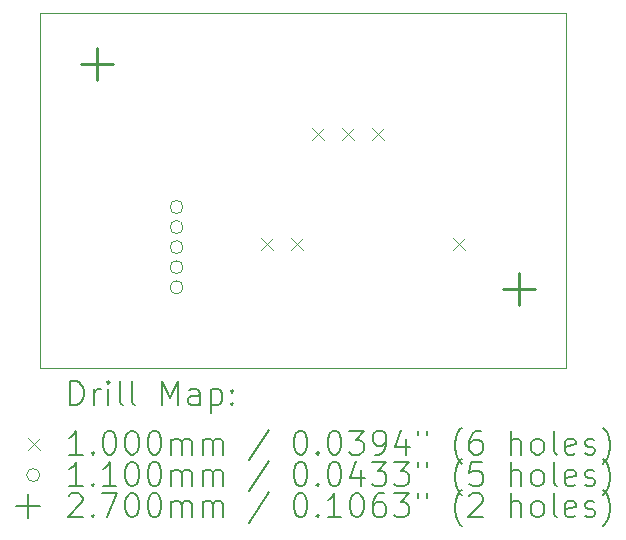
<source format=gbr>
%TF.GenerationSoftware,KiCad,Pcbnew,(6.0.9)*%
%TF.CreationDate,2023-01-18T17:10:18+01:00*%
%TF.ProjectId,buck,6275636b-2e6b-4696-9361-645f70636258,rev?*%
%TF.SameCoordinates,Original*%
%TF.FileFunction,Drillmap*%
%TF.FilePolarity,Positive*%
%FSLAX45Y45*%
G04 Gerber Fmt 4.5, Leading zero omitted, Abs format (unit mm)*
G04 Created by KiCad (PCBNEW (6.0.9)) date 2023-01-18 17:10:18*
%MOMM*%
%LPD*%
G01*
G04 APERTURE LIST*
%ADD10C,0.100000*%
%ADD11C,0.200000*%
%ADD12C,0.110000*%
%ADD13C,0.270000*%
G04 APERTURE END LIST*
D10*
X10871200Y-8166100D02*
X15319000Y-8166100D01*
X15319000Y-8166100D02*
X15319000Y-11170900D01*
X15319000Y-11170900D02*
X10871200Y-11170900D01*
X10871200Y-11170900D02*
X10871200Y-8166100D01*
D11*
D10*
X12741900Y-10076400D02*
X12841900Y-10176400D01*
X12841900Y-10076400D02*
X12741900Y-10176400D01*
X12995900Y-10076400D02*
X13095900Y-10176400D01*
X13095900Y-10076400D02*
X12995900Y-10176400D01*
X13170700Y-9144800D02*
X13270700Y-9244800D01*
X13270700Y-9144800D02*
X13170700Y-9244800D01*
X13424700Y-9144800D02*
X13524700Y-9244800D01*
X13524700Y-9144800D02*
X13424700Y-9244800D01*
X13678700Y-9144800D02*
X13778700Y-9244800D01*
X13778700Y-9144800D02*
X13678700Y-9244800D01*
X14364500Y-10071900D02*
X14464500Y-10171900D01*
X14464500Y-10071900D02*
X14364500Y-10171900D01*
D12*
X12079500Y-9810000D02*
G75*
G03*
X12079500Y-9810000I-55000J0D01*
G01*
X12079500Y-9980000D02*
G75*
G03*
X12079500Y-9980000I-55000J0D01*
G01*
X12079500Y-10150000D02*
G75*
G03*
X12079500Y-10150000I-55000J0D01*
G01*
X12079500Y-10320000D02*
G75*
G03*
X12079500Y-10320000I-55000J0D01*
G01*
X12079500Y-10490000D02*
G75*
G03*
X12079500Y-10490000I-55000J0D01*
G01*
D13*
X11353800Y-8462900D02*
X11353800Y-8732900D01*
X11218800Y-8597900D02*
X11488800Y-8597900D01*
X14922500Y-10367900D02*
X14922500Y-10637900D01*
X14787500Y-10502900D02*
X15057500Y-10502900D01*
D11*
X11123819Y-11486376D02*
X11123819Y-11286376D01*
X11171438Y-11286376D01*
X11200009Y-11295900D01*
X11219057Y-11314948D01*
X11228581Y-11333995D01*
X11238105Y-11372090D01*
X11238105Y-11400662D01*
X11228581Y-11438757D01*
X11219057Y-11457805D01*
X11200009Y-11476852D01*
X11171438Y-11486376D01*
X11123819Y-11486376D01*
X11323819Y-11486376D02*
X11323819Y-11353043D01*
X11323819Y-11391138D02*
X11333343Y-11372090D01*
X11342867Y-11362567D01*
X11361914Y-11353043D01*
X11380962Y-11353043D01*
X11447628Y-11486376D02*
X11447628Y-11353043D01*
X11447628Y-11286376D02*
X11438105Y-11295900D01*
X11447628Y-11305424D01*
X11457152Y-11295900D01*
X11447628Y-11286376D01*
X11447628Y-11305424D01*
X11571438Y-11486376D02*
X11552390Y-11476852D01*
X11542867Y-11457805D01*
X11542867Y-11286376D01*
X11676200Y-11486376D02*
X11657152Y-11476852D01*
X11647628Y-11457805D01*
X11647628Y-11286376D01*
X11904771Y-11486376D02*
X11904771Y-11286376D01*
X11971438Y-11429233D01*
X12038105Y-11286376D01*
X12038105Y-11486376D01*
X12219057Y-11486376D02*
X12219057Y-11381614D01*
X12209533Y-11362567D01*
X12190486Y-11353043D01*
X12152390Y-11353043D01*
X12133343Y-11362567D01*
X12219057Y-11476852D02*
X12200009Y-11486376D01*
X12152390Y-11486376D01*
X12133343Y-11476852D01*
X12123819Y-11457805D01*
X12123819Y-11438757D01*
X12133343Y-11419709D01*
X12152390Y-11410186D01*
X12200009Y-11410186D01*
X12219057Y-11400662D01*
X12314295Y-11353043D02*
X12314295Y-11553043D01*
X12314295Y-11362567D02*
X12333343Y-11353043D01*
X12371438Y-11353043D01*
X12390486Y-11362567D01*
X12400009Y-11372090D01*
X12409533Y-11391138D01*
X12409533Y-11448281D01*
X12400009Y-11467328D01*
X12390486Y-11476852D01*
X12371438Y-11486376D01*
X12333343Y-11486376D01*
X12314295Y-11476852D01*
X12495248Y-11467328D02*
X12504771Y-11476852D01*
X12495248Y-11486376D01*
X12485724Y-11476852D01*
X12495248Y-11467328D01*
X12495248Y-11486376D01*
X12495248Y-11362567D02*
X12504771Y-11372090D01*
X12495248Y-11381614D01*
X12485724Y-11372090D01*
X12495248Y-11362567D01*
X12495248Y-11381614D01*
D10*
X10766200Y-11765900D02*
X10866200Y-11865900D01*
X10866200Y-11765900D02*
X10766200Y-11865900D01*
D11*
X11228581Y-11906376D02*
X11114295Y-11906376D01*
X11171438Y-11906376D02*
X11171438Y-11706376D01*
X11152390Y-11734948D01*
X11133343Y-11753995D01*
X11114295Y-11763519D01*
X11314295Y-11887328D02*
X11323819Y-11896852D01*
X11314295Y-11906376D01*
X11304771Y-11896852D01*
X11314295Y-11887328D01*
X11314295Y-11906376D01*
X11447628Y-11706376D02*
X11466676Y-11706376D01*
X11485724Y-11715900D01*
X11495248Y-11725424D01*
X11504771Y-11744471D01*
X11514295Y-11782567D01*
X11514295Y-11830186D01*
X11504771Y-11868281D01*
X11495248Y-11887328D01*
X11485724Y-11896852D01*
X11466676Y-11906376D01*
X11447628Y-11906376D01*
X11428581Y-11896852D01*
X11419057Y-11887328D01*
X11409533Y-11868281D01*
X11400009Y-11830186D01*
X11400009Y-11782567D01*
X11409533Y-11744471D01*
X11419057Y-11725424D01*
X11428581Y-11715900D01*
X11447628Y-11706376D01*
X11638105Y-11706376D02*
X11657152Y-11706376D01*
X11676200Y-11715900D01*
X11685724Y-11725424D01*
X11695248Y-11744471D01*
X11704771Y-11782567D01*
X11704771Y-11830186D01*
X11695248Y-11868281D01*
X11685724Y-11887328D01*
X11676200Y-11896852D01*
X11657152Y-11906376D01*
X11638105Y-11906376D01*
X11619057Y-11896852D01*
X11609533Y-11887328D01*
X11600009Y-11868281D01*
X11590486Y-11830186D01*
X11590486Y-11782567D01*
X11600009Y-11744471D01*
X11609533Y-11725424D01*
X11619057Y-11715900D01*
X11638105Y-11706376D01*
X11828581Y-11706376D02*
X11847628Y-11706376D01*
X11866676Y-11715900D01*
X11876200Y-11725424D01*
X11885724Y-11744471D01*
X11895248Y-11782567D01*
X11895248Y-11830186D01*
X11885724Y-11868281D01*
X11876200Y-11887328D01*
X11866676Y-11896852D01*
X11847628Y-11906376D01*
X11828581Y-11906376D01*
X11809533Y-11896852D01*
X11800009Y-11887328D01*
X11790486Y-11868281D01*
X11780962Y-11830186D01*
X11780962Y-11782567D01*
X11790486Y-11744471D01*
X11800009Y-11725424D01*
X11809533Y-11715900D01*
X11828581Y-11706376D01*
X11980962Y-11906376D02*
X11980962Y-11773043D01*
X11980962Y-11792090D02*
X11990486Y-11782567D01*
X12009533Y-11773043D01*
X12038105Y-11773043D01*
X12057152Y-11782567D01*
X12066676Y-11801614D01*
X12066676Y-11906376D01*
X12066676Y-11801614D02*
X12076200Y-11782567D01*
X12095248Y-11773043D01*
X12123819Y-11773043D01*
X12142867Y-11782567D01*
X12152390Y-11801614D01*
X12152390Y-11906376D01*
X12247628Y-11906376D02*
X12247628Y-11773043D01*
X12247628Y-11792090D02*
X12257152Y-11782567D01*
X12276200Y-11773043D01*
X12304771Y-11773043D01*
X12323819Y-11782567D01*
X12333343Y-11801614D01*
X12333343Y-11906376D01*
X12333343Y-11801614D02*
X12342867Y-11782567D01*
X12361914Y-11773043D01*
X12390486Y-11773043D01*
X12409533Y-11782567D01*
X12419057Y-11801614D01*
X12419057Y-11906376D01*
X12809533Y-11696852D02*
X12638105Y-11953995D01*
X13066676Y-11706376D02*
X13085724Y-11706376D01*
X13104771Y-11715900D01*
X13114295Y-11725424D01*
X13123819Y-11744471D01*
X13133343Y-11782567D01*
X13133343Y-11830186D01*
X13123819Y-11868281D01*
X13114295Y-11887328D01*
X13104771Y-11896852D01*
X13085724Y-11906376D01*
X13066676Y-11906376D01*
X13047628Y-11896852D01*
X13038105Y-11887328D01*
X13028581Y-11868281D01*
X13019057Y-11830186D01*
X13019057Y-11782567D01*
X13028581Y-11744471D01*
X13038105Y-11725424D01*
X13047628Y-11715900D01*
X13066676Y-11706376D01*
X13219057Y-11887328D02*
X13228581Y-11896852D01*
X13219057Y-11906376D01*
X13209533Y-11896852D01*
X13219057Y-11887328D01*
X13219057Y-11906376D01*
X13352390Y-11706376D02*
X13371438Y-11706376D01*
X13390486Y-11715900D01*
X13400009Y-11725424D01*
X13409533Y-11744471D01*
X13419057Y-11782567D01*
X13419057Y-11830186D01*
X13409533Y-11868281D01*
X13400009Y-11887328D01*
X13390486Y-11896852D01*
X13371438Y-11906376D01*
X13352390Y-11906376D01*
X13333343Y-11896852D01*
X13323819Y-11887328D01*
X13314295Y-11868281D01*
X13304771Y-11830186D01*
X13304771Y-11782567D01*
X13314295Y-11744471D01*
X13323819Y-11725424D01*
X13333343Y-11715900D01*
X13352390Y-11706376D01*
X13485724Y-11706376D02*
X13609533Y-11706376D01*
X13542867Y-11782567D01*
X13571438Y-11782567D01*
X13590486Y-11792090D01*
X13600009Y-11801614D01*
X13609533Y-11820662D01*
X13609533Y-11868281D01*
X13600009Y-11887328D01*
X13590486Y-11896852D01*
X13571438Y-11906376D01*
X13514295Y-11906376D01*
X13495248Y-11896852D01*
X13485724Y-11887328D01*
X13704771Y-11906376D02*
X13742867Y-11906376D01*
X13761914Y-11896852D01*
X13771438Y-11887328D01*
X13790486Y-11858757D01*
X13800009Y-11820662D01*
X13800009Y-11744471D01*
X13790486Y-11725424D01*
X13780962Y-11715900D01*
X13761914Y-11706376D01*
X13723819Y-11706376D01*
X13704771Y-11715900D01*
X13695248Y-11725424D01*
X13685724Y-11744471D01*
X13685724Y-11792090D01*
X13695248Y-11811138D01*
X13704771Y-11820662D01*
X13723819Y-11830186D01*
X13761914Y-11830186D01*
X13780962Y-11820662D01*
X13790486Y-11811138D01*
X13800009Y-11792090D01*
X13971438Y-11773043D02*
X13971438Y-11906376D01*
X13923819Y-11696852D02*
X13876200Y-11839709D01*
X14000009Y-11839709D01*
X14066676Y-11706376D02*
X14066676Y-11744471D01*
X14142867Y-11706376D02*
X14142867Y-11744471D01*
X14438105Y-11982567D02*
X14428581Y-11973043D01*
X14409533Y-11944471D01*
X14400009Y-11925424D01*
X14390486Y-11896852D01*
X14380962Y-11849233D01*
X14380962Y-11811138D01*
X14390486Y-11763519D01*
X14400009Y-11734948D01*
X14409533Y-11715900D01*
X14428581Y-11687328D01*
X14438105Y-11677805D01*
X14600009Y-11706376D02*
X14561914Y-11706376D01*
X14542867Y-11715900D01*
X14533343Y-11725424D01*
X14514295Y-11753995D01*
X14504771Y-11792090D01*
X14504771Y-11868281D01*
X14514295Y-11887328D01*
X14523819Y-11896852D01*
X14542867Y-11906376D01*
X14580962Y-11906376D01*
X14600009Y-11896852D01*
X14609533Y-11887328D01*
X14619057Y-11868281D01*
X14619057Y-11820662D01*
X14609533Y-11801614D01*
X14600009Y-11792090D01*
X14580962Y-11782567D01*
X14542867Y-11782567D01*
X14523819Y-11792090D01*
X14514295Y-11801614D01*
X14504771Y-11820662D01*
X14857152Y-11906376D02*
X14857152Y-11706376D01*
X14942867Y-11906376D02*
X14942867Y-11801614D01*
X14933343Y-11782567D01*
X14914295Y-11773043D01*
X14885724Y-11773043D01*
X14866676Y-11782567D01*
X14857152Y-11792090D01*
X15066676Y-11906376D02*
X15047628Y-11896852D01*
X15038105Y-11887328D01*
X15028581Y-11868281D01*
X15028581Y-11811138D01*
X15038105Y-11792090D01*
X15047628Y-11782567D01*
X15066676Y-11773043D01*
X15095248Y-11773043D01*
X15114295Y-11782567D01*
X15123819Y-11792090D01*
X15133343Y-11811138D01*
X15133343Y-11868281D01*
X15123819Y-11887328D01*
X15114295Y-11896852D01*
X15095248Y-11906376D01*
X15066676Y-11906376D01*
X15247628Y-11906376D02*
X15228581Y-11896852D01*
X15219057Y-11877805D01*
X15219057Y-11706376D01*
X15400009Y-11896852D02*
X15380962Y-11906376D01*
X15342867Y-11906376D01*
X15323819Y-11896852D01*
X15314295Y-11877805D01*
X15314295Y-11801614D01*
X15323819Y-11782567D01*
X15342867Y-11773043D01*
X15380962Y-11773043D01*
X15400009Y-11782567D01*
X15409533Y-11801614D01*
X15409533Y-11820662D01*
X15314295Y-11839709D01*
X15485724Y-11896852D02*
X15504771Y-11906376D01*
X15542867Y-11906376D01*
X15561914Y-11896852D01*
X15571438Y-11877805D01*
X15571438Y-11868281D01*
X15561914Y-11849233D01*
X15542867Y-11839709D01*
X15514295Y-11839709D01*
X15495248Y-11830186D01*
X15485724Y-11811138D01*
X15485724Y-11801614D01*
X15495248Y-11782567D01*
X15514295Y-11773043D01*
X15542867Y-11773043D01*
X15561914Y-11782567D01*
X15638105Y-11982567D02*
X15647628Y-11973043D01*
X15666676Y-11944471D01*
X15676200Y-11925424D01*
X15685724Y-11896852D01*
X15695248Y-11849233D01*
X15695248Y-11811138D01*
X15685724Y-11763519D01*
X15676200Y-11734948D01*
X15666676Y-11715900D01*
X15647628Y-11687328D01*
X15638105Y-11677805D01*
D12*
X10866200Y-12079900D02*
G75*
G03*
X10866200Y-12079900I-55000J0D01*
G01*
D11*
X11228581Y-12170376D02*
X11114295Y-12170376D01*
X11171438Y-12170376D02*
X11171438Y-11970376D01*
X11152390Y-11998948D01*
X11133343Y-12017995D01*
X11114295Y-12027519D01*
X11314295Y-12151328D02*
X11323819Y-12160852D01*
X11314295Y-12170376D01*
X11304771Y-12160852D01*
X11314295Y-12151328D01*
X11314295Y-12170376D01*
X11514295Y-12170376D02*
X11400009Y-12170376D01*
X11457152Y-12170376D02*
X11457152Y-11970376D01*
X11438105Y-11998948D01*
X11419057Y-12017995D01*
X11400009Y-12027519D01*
X11638105Y-11970376D02*
X11657152Y-11970376D01*
X11676200Y-11979900D01*
X11685724Y-11989424D01*
X11695248Y-12008471D01*
X11704771Y-12046567D01*
X11704771Y-12094186D01*
X11695248Y-12132281D01*
X11685724Y-12151328D01*
X11676200Y-12160852D01*
X11657152Y-12170376D01*
X11638105Y-12170376D01*
X11619057Y-12160852D01*
X11609533Y-12151328D01*
X11600009Y-12132281D01*
X11590486Y-12094186D01*
X11590486Y-12046567D01*
X11600009Y-12008471D01*
X11609533Y-11989424D01*
X11619057Y-11979900D01*
X11638105Y-11970376D01*
X11828581Y-11970376D02*
X11847628Y-11970376D01*
X11866676Y-11979900D01*
X11876200Y-11989424D01*
X11885724Y-12008471D01*
X11895248Y-12046567D01*
X11895248Y-12094186D01*
X11885724Y-12132281D01*
X11876200Y-12151328D01*
X11866676Y-12160852D01*
X11847628Y-12170376D01*
X11828581Y-12170376D01*
X11809533Y-12160852D01*
X11800009Y-12151328D01*
X11790486Y-12132281D01*
X11780962Y-12094186D01*
X11780962Y-12046567D01*
X11790486Y-12008471D01*
X11800009Y-11989424D01*
X11809533Y-11979900D01*
X11828581Y-11970376D01*
X11980962Y-12170376D02*
X11980962Y-12037043D01*
X11980962Y-12056090D02*
X11990486Y-12046567D01*
X12009533Y-12037043D01*
X12038105Y-12037043D01*
X12057152Y-12046567D01*
X12066676Y-12065614D01*
X12066676Y-12170376D01*
X12066676Y-12065614D02*
X12076200Y-12046567D01*
X12095248Y-12037043D01*
X12123819Y-12037043D01*
X12142867Y-12046567D01*
X12152390Y-12065614D01*
X12152390Y-12170376D01*
X12247628Y-12170376D02*
X12247628Y-12037043D01*
X12247628Y-12056090D02*
X12257152Y-12046567D01*
X12276200Y-12037043D01*
X12304771Y-12037043D01*
X12323819Y-12046567D01*
X12333343Y-12065614D01*
X12333343Y-12170376D01*
X12333343Y-12065614D02*
X12342867Y-12046567D01*
X12361914Y-12037043D01*
X12390486Y-12037043D01*
X12409533Y-12046567D01*
X12419057Y-12065614D01*
X12419057Y-12170376D01*
X12809533Y-11960852D02*
X12638105Y-12217995D01*
X13066676Y-11970376D02*
X13085724Y-11970376D01*
X13104771Y-11979900D01*
X13114295Y-11989424D01*
X13123819Y-12008471D01*
X13133343Y-12046567D01*
X13133343Y-12094186D01*
X13123819Y-12132281D01*
X13114295Y-12151328D01*
X13104771Y-12160852D01*
X13085724Y-12170376D01*
X13066676Y-12170376D01*
X13047628Y-12160852D01*
X13038105Y-12151328D01*
X13028581Y-12132281D01*
X13019057Y-12094186D01*
X13019057Y-12046567D01*
X13028581Y-12008471D01*
X13038105Y-11989424D01*
X13047628Y-11979900D01*
X13066676Y-11970376D01*
X13219057Y-12151328D02*
X13228581Y-12160852D01*
X13219057Y-12170376D01*
X13209533Y-12160852D01*
X13219057Y-12151328D01*
X13219057Y-12170376D01*
X13352390Y-11970376D02*
X13371438Y-11970376D01*
X13390486Y-11979900D01*
X13400009Y-11989424D01*
X13409533Y-12008471D01*
X13419057Y-12046567D01*
X13419057Y-12094186D01*
X13409533Y-12132281D01*
X13400009Y-12151328D01*
X13390486Y-12160852D01*
X13371438Y-12170376D01*
X13352390Y-12170376D01*
X13333343Y-12160852D01*
X13323819Y-12151328D01*
X13314295Y-12132281D01*
X13304771Y-12094186D01*
X13304771Y-12046567D01*
X13314295Y-12008471D01*
X13323819Y-11989424D01*
X13333343Y-11979900D01*
X13352390Y-11970376D01*
X13590486Y-12037043D02*
X13590486Y-12170376D01*
X13542867Y-11960852D02*
X13495248Y-12103709D01*
X13619057Y-12103709D01*
X13676200Y-11970376D02*
X13800009Y-11970376D01*
X13733343Y-12046567D01*
X13761914Y-12046567D01*
X13780962Y-12056090D01*
X13790486Y-12065614D01*
X13800009Y-12084662D01*
X13800009Y-12132281D01*
X13790486Y-12151328D01*
X13780962Y-12160852D01*
X13761914Y-12170376D01*
X13704771Y-12170376D01*
X13685724Y-12160852D01*
X13676200Y-12151328D01*
X13866676Y-11970376D02*
X13990486Y-11970376D01*
X13923819Y-12046567D01*
X13952390Y-12046567D01*
X13971438Y-12056090D01*
X13980962Y-12065614D01*
X13990486Y-12084662D01*
X13990486Y-12132281D01*
X13980962Y-12151328D01*
X13971438Y-12160852D01*
X13952390Y-12170376D01*
X13895248Y-12170376D01*
X13876200Y-12160852D01*
X13866676Y-12151328D01*
X14066676Y-11970376D02*
X14066676Y-12008471D01*
X14142867Y-11970376D02*
X14142867Y-12008471D01*
X14438105Y-12246567D02*
X14428581Y-12237043D01*
X14409533Y-12208471D01*
X14400009Y-12189424D01*
X14390486Y-12160852D01*
X14380962Y-12113233D01*
X14380962Y-12075138D01*
X14390486Y-12027519D01*
X14400009Y-11998948D01*
X14409533Y-11979900D01*
X14428581Y-11951328D01*
X14438105Y-11941805D01*
X14609533Y-11970376D02*
X14514295Y-11970376D01*
X14504771Y-12065614D01*
X14514295Y-12056090D01*
X14533343Y-12046567D01*
X14580962Y-12046567D01*
X14600009Y-12056090D01*
X14609533Y-12065614D01*
X14619057Y-12084662D01*
X14619057Y-12132281D01*
X14609533Y-12151328D01*
X14600009Y-12160852D01*
X14580962Y-12170376D01*
X14533343Y-12170376D01*
X14514295Y-12160852D01*
X14504771Y-12151328D01*
X14857152Y-12170376D02*
X14857152Y-11970376D01*
X14942867Y-12170376D02*
X14942867Y-12065614D01*
X14933343Y-12046567D01*
X14914295Y-12037043D01*
X14885724Y-12037043D01*
X14866676Y-12046567D01*
X14857152Y-12056090D01*
X15066676Y-12170376D02*
X15047628Y-12160852D01*
X15038105Y-12151328D01*
X15028581Y-12132281D01*
X15028581Y-12075138D01*
X15038105Y-12056090D01*
X15047628Y-12046567D01*
X15066676Y-12037043D01*
X15095248Y-12037043D01*
X15114295Y-12046567D01*
X15123819Y-12056090D01*
X15133343Y-12075138D01*
X15133343Y-12132281D01*
X15123819Y-12151328D01*
X15114295Y-12160852D01*
X15095248Y-12170376D01*
X15066676Y-12170376D01*
X15247628Y-12170376D02*
X15228581Y-12160852D01*
X15219057Y-12141805D01*
X15219057Y-11970376D01*
X15400009Y-12160852D02*
X15380962Y-12170376D01*
X15342867Y-12170376D01*
X15323819Y-12160852D01*
X15314295Y-12141805D01*
X15314295Y-12065614D01*
X15323819Y-12046567D01*
X15342867Y-12037043D01*
X15380962Y-12037043D01*
X15400009Y-12046567D01*
X15409533Y-12065614D01*
X15409533Y-12084662D01*
X15314295Y-12103709D01*
X15485724Y-12160852D02*
X15504771Y-12170376D01*
X15542867Y-12170376D01*
X15561914Y-12160852D01*
X15571438Y-12141805D01*
X15571438Y-12132281D01*
X15561914Y-12113233D01*
X15542867Y-12103709D01*
X15514295Y-12103709D01*
X15495248Y-12094186D01*
X15485724Y-12075138D01*
X15485724Y-12065614D01*
X15495248Y-12046567D01*
X15514295Y-12037043D01*
X15542867Y-12037043D01*
X15561914Y-12046567D01*
X15638105Y-12246567D02*
X15647628Y-12237043D01*
X15666676Y-12208471D01*
X15676200Y-12189424D01*
X15685724Y-12160852D01*
X15695248Y-12113233D01*
X15695248Y-12075138D01*
X15685724Y-12027519D01*
X15676200Y-11998948D01*
X15666676Y-11979900D01*
X15647628Y-11951328D01*
X15638105Y-11941805D01*
X10766200Y-12243900D02*
X10766200Y-12443900D01*
X10666200Y-12343900D02*
X10866200Y-12343900D01*
X11114295Y-12253424D02*
X11123819Y-12243900D01*
X11142867Y-12234376D01*
X11190486Y-12234376D01*
X11209533Y-12243900D01*
X11219057Y-12253424D01*
X11228581Y-12272471D01*
X11228581Y-12291519D01*
X11219057Y-12320090D01*
X11104771Y-12434376D01*
X11228581Y-12434376D01*
X11314295Y-12415328D02*
X11323819Y-12424852D01*
X11314295Y-12434376D01*
X11304771Y-12424852D01*
X11314295Y-12415328D01*
X11314295Y-12434376D01*
X11390486Y-12234376D02*
X11523819Y-12234376D01*
X11438105Y-12434376D01*
X11638105Y-12234376D02*
X11657152Y-12234376D01*
X11676200Y-12243900D01*
X11685724Y-12253424D01*
X11695248Y-12272471D01*
X11704771Y-12310567D01*
X11704771Y-12358186D01*
X11695248Y-12396281D01*
X11685724Y-12415328D01*
X11676200Y-12424852D01*
X11657152Y-12434376D01*
X11638105Y-12434376D01*
X11619057Y-12424852D01*
X11609533Y-12415328D01*
X11600009Y-12396281D01*
X11590486Y-12358186D01*
X11590486Y-12310567D01*
X11600009Y-12272471D01*
X11609533Y-12253424D01*
X11619057Y-12243900D01*
X11638105Y-12234376D01*
X11828581Y-12234376D02*
X11847628Y-12234376D01*
X11866676Y-12243900D01*
X11876200Y-12253424D01*
X11885724Y-12272471D01*
X11895248Y-12310567D01*
X11895248Y-12358186D01*
X11885724Y-12396281D01*
X11876200Y-12415328D01*
X11866676Y-12424852D01*
X11847628Y-12434376D01*
X11828581Y-12434376D01*
X11809533Y-12424852D01*
X11800009Y-12415328D01*
X11790486Y-12396281D01*
X11780962Y-12358186D01*
X11780962Y-12310567D01*
X11790486Y-12272471D01*
X11800009Y-12253424D01*
X11809533Y-12243900D01*
X11828581Y-12234376D01*
X11980962Y-12434376D02*
X11980962Y-12301043D01*
X11980962Y-12320090D02*
X11990486Y-12310567D01*
X12009533Y-12301043D01*
X12038105Y-12301043D01*
X12057152Y-12310567D01*
X12066676Y-12329614D01*
X12066676Y-12434376D01*
X12066676Y-12329614D02*
X12076200Y-12310567D01*
X12095248Y-12301043D01*
X12123819Y-12301043D01*
X12142867Y-12310567D01*
X12152390Y-12329614D01*
X12152390Y-12434376D01*
X12247628Y-12434376D02*
X12247628Y-12301043D01*
X12247628Y-12320090D02*
X12257152Y-12310567D01*
X12276200Y-12301043D01*
X12304771Y-12301043D01*
X12323819Y-12310567D01*
X12333343Y-12329614D01*
X12333343Y-12434376D01*
X12333343Y-12329614D02*
X12342867Y-12310567D01*
X12361914Y-12301043D01*
X12390486Y-12301043D01*
X12409533Y-12310567D01*
X12419057Y-12329614D01*
X12419057Y-12434376D01*
X12809533Y-12224852D02*
X12638105Y-12481995D01*
X13066676Y-12234376D02*
X13085724Y-12234376D01*
X13104771Y-12243900D01*
X13114295Y-12253424D01*
X13123819Y-12272471D01*
X13133343Y-12310567D01*
X13133343Y-12358186D01*
X13123819Y-12396281D01*
X13114295Y-12415328D01*
X13104771Y-12424852D01*
X13085724Y-12434376D01*
X13066676Y-12434376D01*
X13047628Y-12424852D01*
X13038105Y-12415328D01*
X13028581Y-12396281D01*
X13019057Y-12358186D01*
X13019057Y-12310567D01*
X13028581Y-12272471D01*
X13038105Y-12253424D01*
X13047628Y-12243900D01*
X13066676Y-12234376D01*
X13219057Y-12415328D02*
X13228581Y-12424852D01*
X13219057Y-12434376D01*
X13209533Y-12424852D01*
X13219057Y-12415328D01*
X13219057Y-12434376D01*
X13419057Y-12434376D02*
X13304771Y-12434376D01*
X13361914Y-12434376D02*
X13361914Y-12234376D01*
X13342867Y-12262948D01*
X13323819Y-12281995D01*
X13304771Y-12291519D01*
X13542867Y-12234376D02*
X13561914Y-12234376D01*
X13580962Y-12243900D01*
X13590486Y-12253424D01*
X13600009Y-12272471D01*
X13609533Y-12310567D01*
X13609533Y-12358186D01*
X13600009Y-12396281D01*
X13590486Y-12415328D01*
X13580962Y-12424852D01*
X13561914Y-12434376D01*
X13542867Y-12434376D01*
X13523819Y-12424852D01*
X13514295Y-12415328D01*
X13504771Y-12396281D01*
X13495248Y-12358186D01*
X13495248Y-12310567D01*
X13504771Y-12272471D01*
X13514295Y-12253424D01*
X13523819Y-12243900D01*
X13542867Y-12234376D01*
X13780962Y-12234376D02*
X13742867Y-12234376D01*
X13723819Y-12243900D01*
X13714295Y-12253424D01*
X13695248Y-12281995D01*
X13685724Y-12320090D01*
X13685724Y-12396281D01*
X13695248Y-12415328D01*
X13704771Y-12424852D01*
X13723819Y-12434376D01*
X13761914Y-12434376D01*
X13780962Y-12424852D01*
X13790486Y-12415328D01*
X13800009Y-12396281D01*
X13800009Y-12348662D01*
X13790486Y-12329614D01*
X13780962Y-12320090D01*
X13761914Y-12310567D01*
X13723819Y-12310567D01*
X13704771Y-12320090D01*
X13695248Y-12329614D01*
X13685724Y-12348662D01*
X13866676Y-12234376D02*
X13990486Y-12234376D01*
X13923819Y-12310567D01*
X13952390Y-12310567D01*
X13971438Y-12320090D01*
X13980962Y-12329614D01*
X13990486Y-12348662D01*
X13990486Y-12396281D01*
X13980962Y-12415328D01*
X13971438Y-12424852D01*
X13952390Y-12434376D01*
X13895248Y-12434376D01*
X13876200Y-12424852D01*
X13866676Y-12415328D01*
X14066676Y-12234376D02*
X14066676Y-12272471D01*
X14142867Y-12234376D02*
X14142867Y-12272471D01*
X14438105Y-12510567D02*
X14428581Y-12501043D01*
X14409533Y-12472471D01*
X14400009Y-12453424D01*
X14390486Y-12424852D01*
X14380962Y-12377233D01*
X14380962Y-12339138D01*
X14390486Y-12291519D01*
X14400009Y-12262948D01*
X14409533Y-12243900D01*
X14428581Y-12215328D01*
X14438105Y-12205805D01*
X14504771Y-12253424D02*
X14514295Y-12243900D01*
X14533343Y-12234376D01*
X14580962Y-12234376D01*
X14600009Y-12243900D01*
X14609533Y-12253424D01*
X14619057Y-12272471D01*
X14619057Y-12291519D01*
X14609533Y-12320090D01*
X14495248Y-12434376D01*
X14619057Y-12434376D01*
X14857152Y-12434376D02*
X14857152Y-12234376D01*
X14942867Y-12434376D02*
X14942867Y-12329614D01*
X14933343Y-12310567D01*
X14914295Y-12301043D01*
X14885724Y-12301043D01*
X14866676Y-12310567D01*
X14857152Y-12320090D01*
X15066676Y-12434376D02*
X15047628Y-12424852D01*
X15038105Y-12415328D01*
X15028581Y-12396281D01*
X15028581Y-12339138D01*
X15038105Y-12320090D01*
X15047628Y-12310567D01*
X15066676Y-12301043D01*
X15095248Y-12301043D01*
X15114295Y-12310567D01*
X15123819Y-12320090D01*
X15133343Y-12339138D01*
X15133343Y-12396281D01*
X15123819Y-12415328D01*
X15114295Y-12424852D01*
X15095248Y-12434376D01*
X15066676Y-12434376D01*
X15247628Y-12434376D02*
X15228581Y-12424852D01*
X15219057Y-12405805D01*
X15219057Y-12234376D01*
X15400009Y-12424852D02*
X15380962Y-12434376D01*
X15342867Y-12434376D01*
X15323819Y-12424852D01*
X15314295Y-12405805D01*
X15314295Y-12329614D01*
X15323819Y-12310567D01*
X15342867Y-12301043D01*
X15380962Y-12301043D01*
X15400009Y-12310567D01*
X15409533Y-12329614D01*
X15409533Y-12348662D01*
X15314295Y-12367709D01*
X15485724Y-12424852D02*
X15504771Y-12434376D01*
X15542867Y-12434376D01*
X15561914Y-12424852D01*
X15571438Y-12405805D01*
X15571438Y-12396281D01*
X15561914Y-12377233D01*
X15542867Y-12367709D01*
X15514295Y-12367709D01*
X15495248Y-12358186D01*
X15485724Y-12339138D01*
X15485724Y-12329614D01*
X15495248Y-12310567D01*
X15514295Y-12301043D01*
X15542867Y-12301043D01*
X15561914Y-12310567D01*
X15638105Y-12510567D02*
X15647628Y-12501043D01*
X15666676Y-12472471D01*
X15676200Y-12453424D01*
X15685724Y-12424852D01*
X15695248Y-12377233D01*
X15695248Y-12339138D01*
X15685724Y-12291519D01*
X15676200Y-12262948D01*
X15666676Y-12243900D01*
X15647628Y-12215328D01*
X15638105Y-12205805D01*
M02*

</source>
